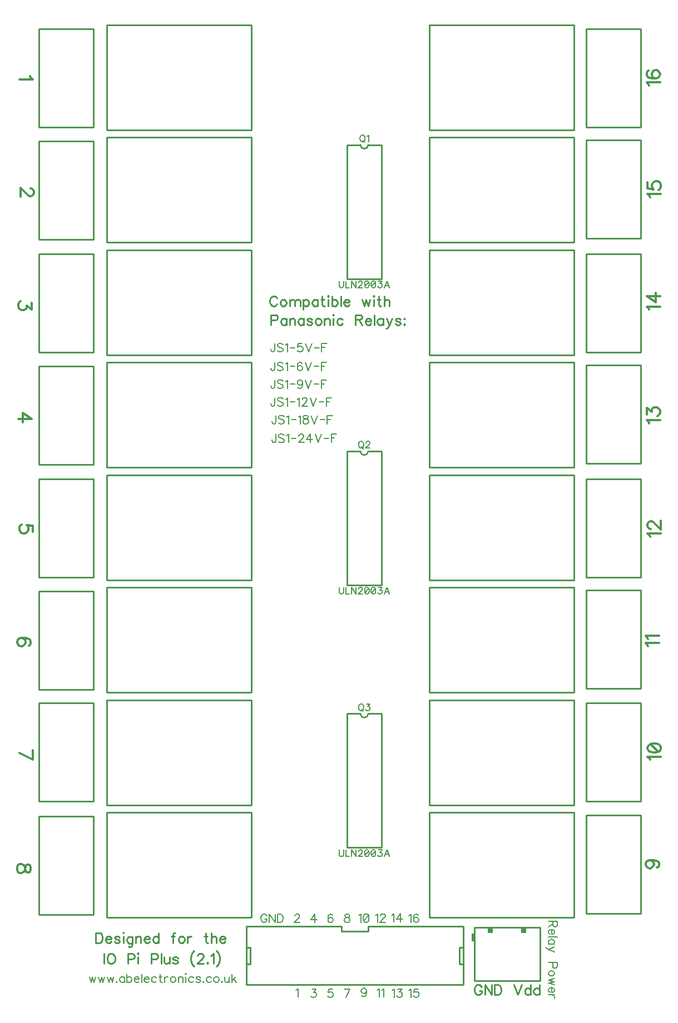
<source format=gto>
G04 DipTrace 3.0.0.1*
G04 relayboard.GTO*
%MOIN*%
G04 #@! TF.FileFunction,Legend,Top*
G04 #@! TF.Part,Single*
%ADD10C,0.009843*%
%ADD37C,0.006176*%
%ADD38C,0.012351*%
%ADD39C,0.009264*%
%ADD40C,0.00772*%
%FSLAX26Y26*%
G04*
G70*
G90*
G75*
G01*
G04 TopSilk*
%LPD*%
X175295Y5245325D2*
D10*
X502067D1*
Y5835877D1*
X175295D1*
Y5245325D1*
Y4570325D2*
X502067D1*
Y5160877D1*
X175295D1*
Y4570325D1*
Y3895325D2*
X502067D1*
Y4485877D1*
X175295D1*
Y3895325D1*
Y3220325D2*
X502067D1*
Y3810877D1*
X175295D1*
Y3220325D1*
Y2545325D2*
X502067D1*
Y3135877D1*
X175295D1*
Y2545325D1*
Y1870324D2*
X502067D1*
Y2460875D1*
X175295D1*
Y1870324D1*
Y1201575D2*
X502067D1*
Y1792126D1*
X175295D1*
Y1201575D1*
Y520324D2*
X502067D1*
Y1110875D1*
X175295D1*
Y520324D1*
X3785138Y1117175D2*
X3458366D1*
Y526623D1*
X3785138D1*
Y1117175D1*
Y1792175D2*
X3458366D1*
Y1201623D1*
X3785138D1*
Y1792175D1*
Y2467175D2*
X3458366D1*
Y1876623D1*
X3785138D1*
Y2467175D1*
Y3135925D2*
X3458366D1*
Y2545374D1*
X3785138D1*
Y3135925D1*
Y3817176D2*
X3458366D1*
Y3226625D1*
X3785138D1*
Y3817176D1*
Y4485925D2*
X3458366D1*
Y3895374D1*
X3785138D1*
Y4485925D1*
Y5167176D2*
X3458366D1*
Y4576625D1*
X3785138D1*
Y5167176D1*
Y5835925D2*
X3458366D1*
Y5245374D1*
X3785138D1*
Y5835925D1*
G36*
X2787814Y362509D2*
X2769045D1*
Y406261D1*
X2787814D1*
Y362509D1*
G37*
X3181545Y125787D2*
D10*
X2787814D1*
Y443749D1*
X3181545D1*
Y125787D1*
G36*
X3097272Y412207D2*
X3065880D1*
Y443685D1*
X3097272D1*
Y412207D1*
G37*
G36*
X2897209D2*
X2865859D1*
Y443685D1*
X2897209D1*
Y412207D1*
G37*
X1420374Y325036D2*
D10*
X1445074D1*
Y224927D2*
Y325036D1*
X1420374Y224927D2*
X1445074D1*
X2695674Y325036D2*
X2720374D1*
X2695674Y224927D2*
Y325036D1*
Y224927D2*
X2720374D1*
Y99967D2*
Y449996D1*
X1420374Y99967D2*
Y449996D1*
Y99967D2*
X2720374D1*
X1989774Y419882D2*
Y449996D1*
Y419882D2*
X2150974D1*
Y449996D1*
X1420374D2*
X1989774D1*
X2150974D2*
X2720374D1*
X1448672Y5228790D2*
X582530D1*
Y5858711D1*
X1448672D1*
Y5228790D1*
Y4553790D2*
X582530D1*
Y5183711D1*
X1448672D1*
Y4553790D1*
Y3878790D2*
X582530D1*
Y4508711D1*
X1448672D1*
Y3878790D1*
Y3203790D2*
X582530D1*
Y3833711D1*
X1448672D1*
Y3203790D1*
Y2528790D2*
X582530D1*
Y3158711D1*
X1448672D1*
Y2528790D1*
Y1853789D2*
X582530D1*
Y2483710D1*
X1448672D1*
Y1853789D1*
Y1178789D2*
X582530D1*
Y1808710D1*
X1448672D1*
Y1178789D1*
Y503789D2*
X582530D1*
Y1133710D1*
X1448672D1*
Y503789D1*
X2517568Y1133710D2*
X3383710D1*
Y503789D1*
X2517568D1*
Y1133710D1*
X2517570Y1808710D2*
X3383711D1*
Y1178789D1*
X2517570D1*
Y1808710D1*
X2517568Y2483710D2*
X3383710D1*
Y1853789D1*
X2517568D1*
Y2483710D1*
X2517570Y3158711D2*
X3383711D1*
Y2528790D1*
X2517570D1*
Y3158711D1*
X2517568Y3833711D2*
X3383710D1*
Y3203790D1*
X2517568D1*
Y3833711D1*
Y4508711D2*
X3383710D1*
Y3878790D1*
X2517568D1*
Y4508711D1*
X2517570Y5183711D2*
X3383711D1*
Y4553790D1*
X2517570D1*
Y5183711D1*
X2517568Y5858710D2*
X3383710D1*
Y5228789D1*
X2517568D1*
Y5858710D1*
X2229237Y5139289D2*
Y4336139D1*
X2024503D2*
X2229237D1*
X2024503Y5139289D2*
Y4336139D1*
Y5139289D2*
X2103244D1*
X2229237D2*
X2150496D1*
X2103244D2*
G03X2150496Y5139289I23626J13D01*
G01*
X2229237Y3301575D2*
Y2498425D1*
X2024503D2*
X2229237D1*
X2024503Y3301575D2*
Y2498425D1*
Y3301575D2*
X2103244D1*
X2229237D2*
X2150496D1*
X2103244D2*
G03X2150496Y3301575I23626J13D01*
G01*
X2229237Y1726684D2*
Y923534D1*
X2024503D2*
X2229237D1*
X2024503Y1726684D2*
Y923534D1*
Y1726684D2*
X2103244D1*
X2229237D2*
X2150496D1*
X2103244D2*
G03X2150496Y1726684I23626J13D01*
G01*
X2112072Y5197867D2*
D37*
X2108270Y5196010D1*
X2104423Y5192163D1*
X2102522Y5188317D1*
X2100576Y5182569D1*
Y5173018D1*
X2102522Y5167270D1*
X2104423Y5163467D1*
X2108270Y5159621D1*
X2112072Y5157719D1*
X2119722D1*
X2123568Y5159621D1*
X2127371Y5163467D1*
X2129272Y5167270D1*
X2131218Y5173018D1*
Y5182569D1*
X2129272Y5188317D1*
X2127371Y5192163D1*
X2123568Y5196010D1*
X2119722Y5197867D1*
X2112072D1*
X2117820Y5165369D2*
X2129272Y5153873D1*
X2143569Y5190174D2*
X2147416Y5192119D1*
X2153164Y5197823D1*
Y5157675D1*
X1976462Y4322572D2*
Y4293876D1*
X1978363Y4288128D1*
X1982210Y4284326D1*
X1987958Y4282380D1*
X1991760D1*
X1997508Y4284326D1*
X2001355Y4288128D1*
X2003256Y4293876D1*
Y4322572D1*
X2015608D2*
Y4282380D1*
X2038555D1*
X2077702Y4322572D2*
Y4282380D1*
X2050907Y4322572D1*
Y4282380D1*
X2091998Y4312977D2*
Y4314879D1*
X2093900Y4318725D1*
X2095801Y4320627D1*
X2099648Y4322528D1*
X2107297D1*
X2111100Y4320627D1*
X2113001Y4318725D1*
X2114946Y4314879D1*
Y4311076D1*
X2113001Y4307229D1*
X2109198Y4301526D1*
X2090053Y4282380D1*
X2116848D1*
X2140695Y4322528D2*
X2134947Y4320627D1*
X2131100Y4314879D1*
X2129199Y4305328D1*
Y4299580D1*
X2131100Y4290029D1*
X2134947Y4284281D1*
X2140695Y4282380D1*
X2144498D1*
X2150246Y4284281D1*
X2154048Y4290029D1*
X2155994Y4299580D1*
Y4305328D1*
X2154048Y4314879D1*
X2150246Y4320627D1*
X2144498Y4322528D1*
X2140695D1*
X2154048Y4314879D2*
X2131100Y4290029D1*
X2179841Y4322528D2*
X2174093Y4320627D1*
X2170246Y4314879D1*
X2168345Y4305328D1*
Y4299580D1*
X2170246Y4290029D1*
X2174093Y4284281D1*
X2179841Y4282380D1*
X2183644D1*
X2189392Y4284281D1*
X2193194Y4290029D1*
X2195140Y4299580D1*
Y4305328D1*
X2193194Y4314879D1*
X2189392Y4320627D1*
X2183644Y4322528D1*
X2179841D1*
X2193194Y4314879D2*
X2170246Y4290029D1*
X2211338Y4322528D2*
X2232340D1*
X2220888Y4307229D1*
X2226637D1*
X2230439Y4305328D1*
X2232340Y4303427D1*
X2234286Y4297679D1*
Y4293876D1*
X2232340Y4288128D1*
X2228538Y4284281D1*
X2222790Y4282380D1*
X2217042D1*
X2211338Y4284281D1*
X2209437Y4286227D1*
X2207491Y4290029D1*
X2277279Y4282380D2*
X2261936Y4322572D1*
X2246637Y4282380D1*
X2252385Y4295777D2*
X2271531D1*
X2103472Y3360153D2*
X2099670Y3358296D1*
X2095823Y3354449D1*
X2093922Y3350603D1*
X2091976Y3344855D1*
Y3335304D1*
X2093922Y3329556D1*
X2095823Y3325754D1*
X2099670Y3321907D1*
X2103472Y3320005D1*
X2111122D1*
X2114968Y3321907D1*
X2118771Y3325754D1*
X2120672Y3329556D1*
X2122618Y3335304D1*
Y3344855D1*
X2120672Y3350603D1*
X2118771Y3354449D1*
X2114968Y3358296D1*
X2111122Y3360153D1*
X2103472D1*
X2109220Y3327655D2*
X2120672Y3316159D1*
X2136915Y3350558D2*
Y3352460D1*
X2138816Y3356307D1*
X2140717Y3358208D1*
X2144564Y3360109D1*
X2152213D1*
X2156016Y3358208D1*
X2157917Y3356307D1*
X2159863Y3352460D1*
Y3348657D1*
X2157917Y3344810D1*
X2154115Y3339107D1*
X2134969Y3319961D1*
X2161764D1*
X1976462Y2484858D2*
Y2456162D1*
X1978363Y2450414D1*
X1982210Y2446612D1*
X1987958Y2444666D1*
X1991760D1*
X1997508Y2446612D1*
X2001355Y2450414D1*
X2003256Y2456162D1*
Y2484858D1*
X2015608D2*
Y2444666D1*
X2038555D1*
X2077702Y2484858D2*
Y2444666D1*
X2050907Y2484858D1*
Y2444666D1*
X2091998Y2475263D2*
Y2477165D1*
X2093900Y2481011D1*
X2095801Y2482913D1*
X2099648Y2484814D1*
X2107297D1*
X2111100Y2482913D1*
X2113001Y2481011D1*
X2114946Y2477165D1*
Y2473362D1*
X2113001Y2469515D1*
X2109198Y2463812D1*
X2090053Y2444666D1*
X2116848D1*
X2140695Y2484814D2*
X2134947Y2482913D1*
X2131100Y2477165D1*
X2129199Y2467614D1*
Y2461866D1*
X2131100Y2452316D1*
X2134947Y2446568D1*
X2140695Y2444666D1*
X2144498D1*
X2150246Y2446568D1*
X2154048Y2452316D1*
X2155994Y2461866D1*
Y2467614D1*
X2154048Y2477165D1*
X2150246Y2482913D1*
X2144498Y2484814D1*
X2140695D1*
X2154048Y2477165D2*
X2131100Y2452316D1*
X2179841Y2484814D2*
X2174093Y2482913D1*
X2170246Y2477165D1*
X2168345Y2467614D1*
Y2461866D1*
X2170246Y2452316D1*
X2174093Y2446568D1*
X2179841Y2444666D1*
X2183644D1*
X2189392Y2446568D1*
X2193194Y2452316D1*
X2195140Y2461866D1*
Y2467614D1*
X2193194Y2477165D1*
X2189392Y2482913D1*
X2183644Y2484814D1*
X2179841D1*
X2193194Y2477165D2*
X2170246Y2452316D1*
X2211338Y2484814D2*
X2232340D1*
X2220888Y2469515D1*
X2226637D1*
X2230439Y2467614D1*
X2232340Y2465713D1*
X2234286Y2459965D1*
Y2456162D1*
X2232340Y2450414D1*
X2228538Y2446568D1*
X2222790Y2444666D1*
X2217042D1*
X2211338Y2446568D1*
X2209437Y2448513D1*
X2207491Y2452316D1*
X2277279Y2444666D2*
X2261936Y2484858D1*
X2246637Y2444666D1*
X2252385Y2458064D2*
X2271531D1*
X2103472Y1785262D2*
X2099670Y1783405D1*
X2095823Y1779558D1*
X2093922Y1775712D1*
X2091976Y1769964D1*
Y1760413D1*
X2093922Y1754665D1*
X2095823Y1750862D1*
X2099670Y1747016D1*
X2103472Y1745114D1*
X2111122D1*
X2114968Y1747016D1*
X2118771Y1750862D1*
X2120672Y1754665D1*
X2122618Y1760413D1*
Y1769964D1*
X2120672Y1775712D1*
X2118771Y1779558D1*
X2114968Y1783405D1*
X2111122Y1785262D1*
X2103472D1*
X2109220Y1752764D2*
X2120672Y1741268D1*
X2138816Y1785218D2*
X2159818D1*
X2148366Y1769919D1*
X2154115D1*
X2157917Y1768018D1*
X2159818Y1766117D1*
X2161764Y1760369D1*
Y1756566D1*
X2159818Y1750818D1*
X2156016Y1746971D1*
X2150268Y1745070D1*
X2144520D1*
X2138816Y1746971D1*
X2136915Y1748917D1*
X2134969Y1752719D1*
X1976462Y909967D2*
Y881271D1*
X1978363Y875523D1*
X1982210Y871721D1*
X1987958Y869775D1*
X1991760D1*
X1997508Y871721D1*
X2001355Y875523D1*
X2003256Y881271D1*
Y909967D1*
X2015608D2*
Y869775D1*
X2038555D1*
X2077702Y909967D2*
Y869775D1*
X2050907Y909967D1*
Y869775D1*
X2091998Y900372D2*
Y902274D1*
X2093900Y906120D1*
X2095801Y908022D1*
X2099648Y909923D1*
X2107297D1*
X2111100Y908022D1*
X2113001Y906120D1*
X2114946Y902274D1*
Y898471D1*
X2113001Y894624D1*
X2109198Y888921D1*
X2090053Y869775D1*
X2116848D1*
X2140695Y909923D2*
X2134947Y908022D1*
X2131100Y902274D1*
X2129199Y892723D1*
Y886975D1*
X2131100Y877424D1*
X2134947Y871676D1*
X2140695Y869775D1*
X2144498D1*
X2150246Y871676D1*
X2154048Y877424D1*
X2155994Y886975D1*
Y892723D1*
X2154048Y902274D1*
X2150246Y908022D1*
X2144498Y909923D1*
X2140695D1*
X2154048Y902274D2*
X2131100Y877424D1*
X2179841Y909923D2*
X2174093Y908022D1*
X2170246Y902274D1*
X2168345Y892723D1*
Y886975D1*
X2170246Y877424D1*
X2174093Y871676D1*
X2179841Y869775D1*
X2183644D1*
X2189392Y871676D1*
X2193194Y877424D1*
X2195140Y886975D1*
Y892723D1*
X2193194Y902274D1*
X2189392Y908022D1*
X2183644Y909923D1*
X2179841D1*
X2193194Y902274D2*
X2170246Y877424D1*
X2211338Y909923D2*
X2232340D1*
X2220888Y894624D1*
X2226637D1*
X2230439Y892723D1*
X2232340Y890822D1*
X2234286Y885074D1*
Y881271D1*
X2232340Y875523D1*
X2228538Y871676D1*
X2222790Y869775D1*
X2217042D1*
X2211338Y871676D1*
X2209437Y873622D1*
X2207491Y877424D1*
X2277279Y869775D2*
X2261936Y909967D1*
X2246637Y869775D1*
X2252385Y883172D2*
X2271531D1*
X124032Y5550415D2*
D38*
X127923Y5542721D1*
X139330Y5531225D1*
X59035D1*
X126480Y4877704D2*
X130282D1*
X137976Y4873901D1*
X141778Y4870098D1*
X145581Y4862405D1*
Y4847106D1*
X141778Y4839501D1*
X137976Y4835699D1*
X130282Y4831808D1*
X122677D1*
X114984Y4835699D1*
X103576Y4843304D1*
X65285Y4881595D1*
Y4828005D1*
X133079Y4192579D2*
Y4150575D1*
X102482Y4173478D1*
Y4161982D1*
X98680Y4154377D1*
X94877Y4150575D1*
X83381Y4146684D1*
X75776D1*
X64280Y4150575D1*
X56586Y4158180D1*
X52784Y4169676D1*
Y4181172D1*
X56586Y4192579D1*
X60477Y4196382D1*
X68083Y4200273D1*
X52784Y3493162D2*
X133079D1*
X79579Y3531453D1*
Y3474061D1*
X139330Y2816737D2*
Y2854939D1*
X104930Y2858742D1*
X108733Y2854939D1*
X112624Y2843443D1*
Y2832035D1*
X108733Y2820539D1*
X101128Y2812846D1*
X89632Y2809043D1*
X82027D1*
X70531Y2812846D1*
X62837Y2820539D1*
X59035Y2832035D1*
Y2843443D1*
X62837Y2854939D1*
X66728Y2858742D1*
X74333Y2862633D1*
X115421Y2135415D2*
X123026Y2139218D1*
X126829Y2150714D1*
Y2158319D1*
X123026Y2169815D1*
X111530Y2177509D1*
X92429Y2181311D1*
X73328D1*
X58029Y2177509D1*
X50336Y2169815D1*
X46533Y2158319D1*
Y2154516D1*
X50336Y2143109D1*
X58029Y2135415D1*
X69525Y2131613D1*
X73328D1*
X84824Y2135415D1*
X92429Y2143109D1*
X96232Y2154516D1*
Y2158319D1*
X92429Y2169815D1*
X84824Y2177509D1*
X73328Y2181311D1*
X59035Y1490942D2*
X139330Y1452651D1*
Y1506240D1*
X126829Y805818D2*
X123026Y817225D1*
X115421Y821116D1*
X107728D1*
X100123Y817225D1*
X96232Y809620D1*
X92429Y794321D1*
X88626Y782825D1*
X80933Y775220D1*
X73328Y771418D1*
X61832D1*
X54227Y775220D1*
X50336Y779023D1*
X46533Y790519D1*
Y805818D1*
X50336Y817225D1*
X54227Y821116D1*
X61832Y824919D1*
X73328D1*
X80933Y821116D1*
X88627Y813423D1*
X92429Y802015D1*
X96232Y786716D1*
X100123Y779023D1*
X107728Y775220D1*
X115421D1*
X123026Y779023D1*
X126829Y790519D1*
Y805818D1*
X3833928Y5493722D2*
X3830037Y5501415D1*
X3818629Y5512911D1*
X3898925D1*
X3830037Y5583510D2*
X3822432Y5579707D1*
X3818629Y5568211D1*
Y5560606D1*
X3822432Y5549110D1*
X3833928Y5541417D1*
X3853029Y5537614D1*
X3872130D1*
X3887429Y5541417D1*
X3895122Y5549110D1*
X3898925Y5560606D1*
Y5564409D1*
X3895122Y5575816D1*
X3887429Y5583510D1*
X3875933Y5587312D1*
X3872130D1*
X3860634Y5583510D1*
X3853029Y5575816D1*
X3849226Y5564409D1*
Y5560606D1*
X3853029Y5549110D1*
X3860634Y5541417D1*
X3872130Y5537614D1*
X3840178Y4824902D2*
X3836287Y4832595D1*
X3824880Y4844091D1*
X3905175D1*
X3824880Y4914690D2*
Y4876487D1*
X3859280Y4872685D1*
X3855477Y4876487D1*
X3851586Y4887983D1*
Y4899391D1*
X3855477Y4910887D1*
X3863082Y4918581D1*
X3874578Y4922383D1*
X3882183D1*
X3893679Y4918581D1*
X3901373Y4910887D1*
X3905175Y4899391D1*
Y4887983D1*
X3901373Y4876487D1*
X3897482Y4872685D1*
X3889877Y4868794D1*
X3833928Y4149831D2*
X3830037Y4157524D1*
X3818629Y4169020D1*
X3898925D1*
Y4232014D2*
X3818629D1*
X3872130Y4193723D1*
Y4251115D1*
X3833928Y3468509D2*
X3830037Y3476203D1*
X3818629Y3487699D1*
X3898925D1*
X3818629Y3520095D2*
Y3562100D1*
X3849226Y3539196D1*
Y3550692D1*
X3853029Y3558297D1*
X3856832Y3562100D1*
X3868328Y3565991D1*
X3875933D1*
X3887429Y3562100D1*
X3895122Y3554495D1*
X3898925Y3542999D1*
Y3531503D1*
X3895122Y3520095D1*
X3891231Y3516292D1*
X3883626Y3512401D1*
X3840178Y2787188D2*
X3836287Y2794881D1*
X3824880Y2806377D1*
X3905175D1*
X3843981Y2834971D2*
X3840178D1*
X3832485Y2838774D1*
X3828682Y2842576D1*
X3824880Y2850270D1*
Y2865568D1*
X3828682Y2873173D1*
X3832485Y2876976D1*
X3840178Y2880867D1*
X3847784D1*
X3855477Y2876976D1*
X3866885Y2869371D1*
X3905175Y2831080D1*
Y2884669D1*
X3827677Y2130869D2*
X3823786Y2138562D1*
X3812379Y2150058D1*
X3892674D1*
X3827677Y2174761D2*
X3823786Y2182455D1*
X3812379Y2193951D1*
X3892674D1*
X3840178Y1449547D2*
X3836287Y1457241D1*
X3824880Y1468737D1*
X3905175D1*
X3824880Y1516432D2*
X3828682Y1504936D1*
X3840178Y1497242D1*
X3859280Y1493440D1*
X3870776D1*
X3889877Y1497242D1*
X3901373Y1504936D1*
X3905175Y1516432D1*
Y1524037D1*
X3901373Y1535533D1*
X3889877Y1543138D1*
X3870776Y1547029D1*
X3859280D1*
X3840178Y1543138D1*
X3828682Y1535533D1*
X3824880Y1524037D1*
Y1516432D1*
X3840178Y1543138D2*
X3889877Y1497242D1*
X3839085Y849266D2*
X3850581Y845375D1*
X3858274Y837770D1*
X3862077Y826274D1*
Y822471D1*
X3858274Y810975D1*
X3850581Y803370D1*
X3839085Y799479D1*
X3835282D1*
X3823786Y803370D1*
X3816181Y810975D1*
X3812379Y822471D1*
Y826274D1*
X3816181Y837770D1*
X3823786Y845375D1*
X3839085Y849266D1*
X3858274D1*
X3877376Y845375D1*
X3888872Y837770D1*
X3892674Y826274D1*
Y818669D1*
X3888872Y807172D1*
X3881178Y803370D1*
X2830048Y86759D2*
D39*
X2827196Y92463D1*
X2821426Y98233D1*
X2815723Y101085D1*
X2804249D1*
X2798478Y98233D1*
X2792775Y92463D1*
X2789856Y86759D1*
X2787004Y78137D1*
Y63745D1*
X2789856Y55189D1*
X2792775Y49419D1*
X2798478Y43715D1*
X2804249Y40797D1*
X2815723D1*
X2821426Y43715D1*
X2827196Y49419D1*
X2830048Y55189D1*
Y63745D1*
X2815723D1*
X2888767Y101085D2*
Y40797D1*
X2848575Y101085D1*
Y40797D1*
X2907295Y101085D2*
Y40797D1*
X2927391D1*
X2936013Y43715D1*
X2941783Y49419D1*
X2944635Y55189D1*
X2947487Y63745D1*
Y78137D1*
X2944635Y86759D1*
X2941783Y92463D1*
X2936013Y98233D1*
X2927391Y101085D1*
X2907295D1*
X3024335D2*
X3047283Y40797D1*
X3070231Y101085D1*
X3123180D2*
Y40797D1*
Y72367D2*
X3117476Y78137D1*
X3111706Y80989D1*
X3103084D1*
X3097380Y78137D1*
X3091610Y72367D1*
X3088758Y63745D1*
Y58041D1*
X3091610Y49419D1*
X3097380Y43715D1*
X3103084Y40797D1*
X3111706D1*
X3117476Y43715D1*
X3123180Y49419D1*
X3176129Y101085D2*
Y40797D1*
Y72367D2*
X3170425Y78137D1*
X3164655Y80989D1*
X3156033D1*
X3150329Y78137D1*
X3144559Y72367D1*
X3141707Y63745D1*
Y58041D1*
X3144559Y49419D1*
X3150329Y43715D1*
X3156033Y40797D1*
X3164655D1*
X3170425Y43715D1*
X3176129Y49419D1*
X3258085Y481490D2*
D40*
Y459991D1*
X3260516Y452806D1*
X3262893Y450374D1*
X3267646Y447997D1*
X3272455D1*
X3277208Y450374D1*
X3279640Y452806D1*
X3282016Y459991D1*
Y481490D1*
X3231776D1*
X3258085Y464744D2*
X3231776Y447997D1*
X3250900Y432558D2*
Y403873D1*
X3255708D1*
X3260516Y406250D1*
X3262893Y408626D1*
X3265270Y413435D1*
Y420620D1*
X3262893Y425373D1*
X3258085Y430181D1*
X3250900Y432558D1*
X3246146D1*
X3238961Y430181D1*
X3234208Y425373D1*
X3231776Y420620D1*
Y413435D1*
X3234208Y408626D1*
X3238961Y403873D1*
X3282016Y388434D2*
X3231776D1*
X3265270Y344310D2*
X3231776D1*
X3258085D2*
X3262893Y349063D1*
X3265270Y353871D1*
Y361001D1*
X3262893Y365810D1*
X3258085Y370563D1*
X3250900Y372995D1*
X3246146D1*
X3238961Y370563D1*
X3234208Y365810D1*
X3231776Y361001D1*
Y353871D1*
X3234208Y349063D1*
X3238961Y344310D1*
X3265270Y326439D2*
X3231776Y312124D1*
X3222215Y316877D1*
X3217406Y321685D1*
X3215030Y326439D1*
Y328870D1*
X3265270Y297754D2*
X3231776Y312124D1*
X3255708Y233714D2*
Y212158D1*
X3258085Y205029D1*
X3260517Y202597D1*
X3265270Y200220D1*
X3272455D1*
X3277208Y202597D1*
X3279640Y205029D1*
X3282016Y212158D1*
Y233714D1*
X3231776D1*
X3265270Y172843D2*
X3262893Y177596D1*
X3258085Y182404D1*
X3250900Y184781D1*
X3246146D1*
X3238961Y182404D1*
X3234208Y177596D1*
X3231776Y172843D1*
Y165658D1*
X3234208Y160849D1*
X3238961Y156096D1*
X3246146Y153664D1*
X3250900D1*
X3258085Y156096D1*
X3262893Y160849D1*
X3265270Y165658D1*
Y172843D1*
Y138225D2*
X3231776Y128663D1*
X3265270Y119102D1*
X3231776Y109540D1*
X3265270Y99978D1*
X3250900Y84539D2*
Y55854D1*
X3255708D1*
X3260517Y58231D1*
X3262893Y60607D1*
X3265270Y65416D1*
Y72601D1*
X3262893Y77354D1*
X3258085Y82163D1*
X3250900Y84539D1*
X3246146D1*
X3238961Y82163D1*
X3234208Y77354D1*
X3231776Y72601D1*
Y65416D1*
X3234208Y60607D1*
X3238961Y55854D1*
X3265270Y40415D2*
X3231776D1*
X3250900D2*
X3258085Y37983D1*
X3262893Y33230D1*
X3265270Y28422D1*
Y21237D1*
X517587Y412414D2*
D39*
Y352126D1*
X537683D1*
X546305Y355044D1*
X552075Y360748D1*
X554927Y366518D1*
X557779Y375074D1*
Y389466D1*
X554927Y398088D1*
X552075Y403792D1*
X546305Y409562D1*
X537683Y412414D1*
X517587D1*
X576306Y375074D2*
X610728D1*
Y380844D1*
X607876Y386614D1*
X605024Y389466D1*
X599254Y392318D1*
X590632D1*
X584928Y389466D1*
X579158Y383696D1*
X576306Y375074D1*
Y369370D1*
X579158Y360748D1*
X584928Y355044D1*
X590632Y352126D1*
X599254D1*
X605024Y355044D1*
X610728Y360748D1*
X660825Y383696D2*
X657973Y389466D1*
X649351Y392318D1*
X640729D1*
X632107Y389466D1*
X629255Y383696D1*
X632107Y377992D1*
X637877Y375074D1*
X652203Y372222D1*
X657973Y369370D1*
X660825Y363600D1*
Y360748D1*
X657973Y355044D1*
X649351Y352126D1*
X640729D1*
X632107Y355044D1*
X629255Y360748D1*
X679352Y412414D2*
X682204Y409562D1*
X685122Y412414D1*
X682204Y415332D1*
X679352Y412414D1*
X682204Y392318D2*
Y352126D1*
X738071Y389466D2*
Y343504D1*
X735219Y334948D1*
X732367Y332030D1*
X726597Y329178D1*
X717975D1*
X712271Y332030D1*
X738071Y380844D2*
X732367Y386548D1*
X726597Y389466D1*
X717975D1*
X712271Y386548D1*
X706501Y380844D1*
X703649Y372222D1*
Y366452D1*
X706501Y357896D1*
X712271Y352126D1*
X717975Y349274D1*
X726597D1*
X732367Y352126D1*
X738071Y357896D1*
X756598Y392318D2*
Y352126D1*
Y380844D2*
X765220Y389466D1*
X770990Y392318D1*
X779546D1*
X785316Y389466D1*
X788168Y380844D1*
Y352126D1*
X806695Y375074D2*
X841117D1*
Y380844D1*
X838265Y386614D1*
X835413Y389466D1*
X829643Y392318D1*
X821021D1*
X815317Y389466D1*
X809547Y383696D1*
X806695Y375074D1*
Y369370D1*
X809547Y360748D1*
X815317Y355044D1*
X821021Y352126D1*
X829643D1*
X835413Y355044D1*
X841117Y360748D1*
X894066Y412414D2*
Y352126D1*
Y383696D2*
X888362Y389466D1*
X882592Y392318D1*
X873970D1*
X868266Y389466D1*
X862496Y383696D1*
X859644Y375074D1*
Y369370D1*
X862496Y360748D1*
X868266Y355044D1*
X873970Y352126D1*
X882592D1*
X888362Y355044D1*
X894066Y360748D1*
X993862Y412414D2*
X988158D1*
X982388Y409562D1*
X979536Y400940D1*
Y352126D1*
X970914Y392318D2*
X991010D1*
X1026715D2*
X1021011Y389466D1*
X1015241Y383696D1*
X1012389Y375074D1*
Y369370D1*
X1015241Y360748D1*
X1021011Y355044D1*
X1026715Y352126D1*
X1035337D1*
X1041107Y355044D1*
X1046811Y360748D1*
X1049729Y369370D1*
Y375074D1*
X1046811Y383696D1*
X1041107Y389466D1*
X1035337Y392318D1*
X1026715D1*
X1068256D2*
Y352126D1*
Y375074D2*
X1071175Y383696D1*
X1076878Y389466D1*
X1082649Y392318D1*
X1091271D1*
X1176741Y412414D2*
Y363600D1*
X1179593Y355044D1*
X1185363Y352126D1*
X1191067D1*
X1168119Y392318D2*
X1188215D1*
X1209594Y412414D2*
Y352126D1*
Y380844D2*
X1218216Y389466D1*
X1223986Y392318D1*
X1232608D1*
X1238312Y389466D1*
X1241164Y380844D1*
Y352126D1*
X1259691Y375074D2*
X1294113D1*
Y380844D1*
X1291261Y386614D1*
X1288409Y389466D1*
X1282639Y392318D1*
X1274017D1*
X1268313Y389466D1*
X1262543Y383696D1*
X1259691Y375074D1*
Y369370D1*
X1262543Y360748D1*
X1268313Y355044D1*
X1274017Y352126D1*
X1282639D1*
X1288409Y355044D1*
X1294113Y360748D1*
X567592Y287400D2*
Y227112D1*
X603364Y287400D2*
X597593Y284548D1*
X591890Y278778D1*
X588971Y273074D1*
X586119Y264452D1*
Y250060D1*
X588971Y241504D1*
X591890Y235734D1*
X597593Y230030D1*
X603364Y227112D1*
X614838D1*
X620541Y230030D1*
X626312Y235734D1*
X629163Y241504D1*
X632015Y250060D1*
Y264452D1*
X629163Y273074D1*
X626312Y278778D1*
X620541Y284548D1*
X614838Y287400D1*
X603364D1*
X708864Y255830D2*
X734730D1*
X743285Y258682D1*
X746204Y261600D1*
X749056Y267304D1*
Y275926D1*
X746204Y281630D1*
X743285Y284548D1*
X734730Y287400D1*
X708864D1*
Y227112D1*
X767583Y287400D2*
X770435Y284548D1*
X773353Y287400D1*
X770435Y290318D1*
X767583Y287400D1*
X770435Y267304D2*
Y227112D1*
X850201Y255830D2*
X876067D1*
X884623Y258682D1*
X887541Y261600D1*
X890393Y267304D1*
Y275926D1*
X887541Y281630D1*
X884623Y284548D1*
X876067Y287400D1*
X850201D1*
Y227112D1*
X908920Y287400D2*
Y227112D1*
X927447Y267304D2*
Y238586D1*
X930299Y230030D1*
X936069Y227112D1*
X944691D1*
X950395Y230030D1*
X959017Y238586D1*
Y267304D2*
Y227112D1*
X1009114Y258682D2*
X1006262Y264452D1*
X997640Y267304D1*
X989018D1*
X980396Y264452D1*
X977544Y258682D1*
X980396Y252978D1*
X986166Y250060D1*
X1000492Y247208D1*
X1006262Y244356D1*
X1009114Y238586D1*
Y235734D1*
X1006262Y230030D1*
X997640Y227112D1*
X989018D1*
X980396Y230030D1*
X977544Y235734D1*
X1106059Y303119D2*
X1100288Y297415D1*
X1094585Y288793D1*
X1088814Y277319D1*
X1085963Y262927D1*
Y251453D1*
X1088814Y237127D1*
X1094585Y225653D1*
X1100288Y217031D1*
X1106059Y211327D1*
X1127504Y273008D2*
Y275860D1*
X1130356Y281630D1*
X1133208Y284482D1*
X1138978Y287334D1*
X1150452D1*
X1156156Y284482D1*
X1159007Y281630D1*
X1161926Y275860D1*
Y270156D1*
X1159007Y264386D1*
X1153304Y255830D1*
X1124586Y227112D1*
X1164778D1*
X1186157Y232882D2*
X1183305Y229964D1*
X1186157Y227112D1*
X1189075Y229964D1*
X1186157Y232882D1*
X1207602Y275860D2*
X1213372Y278778D1*
X1221994Y287334D1*
Y227112D1*
X1240521Y303119D2*
X1246291Y297415D1*
X1251995Y288793D1*
X1257765Y277319D1*
X1260617Y262927D1*
Y251453D1*
X1257765Y237127D1*
X1251995Y225653D1*
X1246291Y217031D1*
X1240521Y211327D1*
X479311Y149032D2*
D40*
X488873Y115539D1*
X498435Y149032D1*
X507996Y115539D1*
X517558Y149032D1*
X532997D2*
X542559Y115539D1*
X552120Y149032D1*
X561682Y115539D1*
X571244Y149032D1*
X586683D2*
X596244Y115539D1*
X605806Y149032D1*
X615368Y115539D1*
X624929Y149032D1*
X642745Y120347D2*
X640369Y117915D1*
X642745Y115539D1*
X645177Y117915D1*
X642745Y120347D1*
X689301Y149032D2*
Y115539D1*
Y141847D2*
X684548Y146656D1*
X679740Y149032D1*
X672610D1*
X667801Y146656D1*
X663048Y141847D1*
X660616Y134662D1*
Y129909D1*
X663048Y122724D1*
X667801Y117971D1*
X672610Y115539D1*
X679740D1*
X684548Y117971D1*
X689301Y122724D1*
X704740Y165779D2*
Y115539D1*
Y141847D2*
X709549Y146656D1*
X714302Y149032D1*
X721487D1*
X726240Y146656D1*
X731049Y141847D1*
X733425Y134662D1*
Y129909D1*
X731049Y122724D1*
X726240Y117971D1*
X721487Y115539D1*
X714302D1*
X709549Y117971D1*
X704740Y122724D1*
X748865Y134662D2*
X777549D1*
Y139471D1*
X775173Y144279D1*
X772796Y146656D1*
X767988Y149032D1*
X760803D1*
X756050Y146656D1*
X751241Y141847D1*
X748865Y134662D1*
Y129909D1*
X751241Y122724D1*
X756050Y117971D1*
X760803Y115539D1*
X767988D1*
X772796Y117971D1*
X777549Y122724D1*
X792989Y165779D2*
Y115539D1*
X808428Y134662D2*
X837113D1*
Y139471D1*
X834736Y144279D1*
X832360Y146656D1*
X827551Y149032D1*
X820366D1*
X815613Y146656D1*
X810804Y141847D1*
X808428Y134662D1*
Y129909D1*
X810804Y122724D1*
X815613Y117971D1*
X820366Y115539D1*
X827551D1*
X832360Y117971D1*
X837113Y122724D1*
X881292Y141847D2*
X876484Y146656D1*
X871675Y149032D1*
X864546D1*
X859737Y146656D1*
X854984Y141847D1*
X852552Y134662D1*
Y129909D1*
X854984Y122724D1*
X859737Y117971D1*
X864546Y115539D1*
X871675D1*
X876484Y117971D1*
X881292Y122724D1*
X903916Y165779D2*
Y125100D1*
X906293Y117971D1*
X911102Y115539D1*
X915855D1*
X896731Y149032D2*
X913478D1*
X931294D2*
Y115539D1*
Y134662D2*
X933726Y141847D1*
X938479Y146656D1*
X943287Y149032D1*
X950472D1*
X977850D2*
X973097Y146656D1*
X968288Y141847D1*
X965912Y134662D1*
Y129909D1*
X968288Y122724D1*
X973097Y117971D1*
X977850Y115539D1*
X985035D1*
X989843Y117971D1*
X994597Y122724D1*
X997028Y129909D1*
Y134662D1*
X994597Y141847D1*
X989843Y146656D1*
X985035Y149032D1*
X977850D1*
X1012468D2*
Y115539D1*
Y139471D2*
X1019653Y146656D1*
X1024461Y149032D1*
X1031591D1*
X1036399Y146656D1*
X1038776Y139471D1*
Y115539D1*
X1054215Y165779D2*
X1056592Y163402D1*
X1059024Y165779D1*
X1056592Y168211D1*
X1054215Y165779D1*
X1056592Y149032D2*
Y115539D1*
X1103203Y141847D2*
X1098395Y146656D1*
X1093586Y149032D1*
X1086456D1*
X1081648Y146656D1*
X1076895Y141847D1*
X1074463Y134662D1*
Y129909D1*
X1076895Y122724D1*
X1081648Y117971D1*
X1086456Y115539D1*
X1093586D1*
X1098395Y117971D1*
X1103203Y122724D1*
X1144951Y141847D2*
X1142574Y146656D1*
X1135389Y149032D1*
X1128204D1*
X1121019Y146656D1*
X1118642Y141847D1*
X1121019Y137094D1*
X1125827Y134662D1*
X1137766Y132286D1*
X1142574Y129909D1*
X1144951Y125100D1*
Y122724D1*
X1142574Y117971D1*
X1135389Y115539D1*
X1128204D1*
X1121019Y117971D1*
X1118642Y122724D1*
X1162766Y120347D2*
X1160390Y117915D1*
X1162766Y115539D1*
X1165198Y117915D1*
X1162766Y120347D1*
X1209378Y141847D2*
X1204569Y146656D1*
X1199761Y149032D1*
X1192631D1*
X1187823Y146656D1*
X1183069Y141847D1*
X1180638Y134662D1*
Y129909D1*
X1183069Y122724D1*
X1187823Y117971D1*
X1192631Y115539D1*
X1199761D1*
X1204569Y117971D1*
X1209378Y122724D1*
X1236755Y149032D2*
X1232002Y146656D1*
X1227194Y141847D1*
X1224817Y134662D1*
Y129909D1*
X1227194Y122724D1*
X1232002Y117971D1*
X1236755Y115539D1*
X1243940D1*
X1248749Y117971D1*
X1253502Y122724D1*
X1255934Y129909D1*
Y134662D1*
X1253502Y141847D1*
X1248749Y146656D1*
X1243940Y149032D1*
X1236755D1*
X1273750Y120347D2*
X1271373Y117915D1*
X1273750Y115539D1*
X1276181Y117915D1*
X1273750Y120347D1*
X1291621Y149032D2*
Y125100D1*
X1293997Y117971D1*
X1298806Y115539D1*
X1305991D1*
X1310744Y117971D1*
X1317929Y125100D1*
Y149032D2*
Y115539D1*
X1333368Y165779D2*
Y115539D1*
X1357300Y149032D2*
X1333368Y125100D1*
X1342930Y134662D2*
X1359677Y115539D1*
X1604491Y4217238D2*
D39*
X1601639Y4222942D1*
X1595869Y4228712D1*
X1590165Y4231564D1*
X1578691D1*
X1572921Y4228712D1*
X1567217Y4222942D1*
X1564299Y4217238D1*
X1561447Y4208616D1*
Y4194224D1*
X1564299Y4185668D1*
X1567217Y4179898D1*
X1572921Y4174194D1*
X1578691Y4171276D1*
X1590165D1*
X1595869Y4174194D1*
X1601639Y4179898D1*
X1604491Y4185668D1*
X1637344Y4211468D2*
X1631640Y4208616D1*
X1625870Y4202846D1*
X1623018Y4194224D1*
Y4188520D1*
X1625870Y4179898D1*
X1631640Y4174194D1*
X1637344Y4171276D1*
X1645966D1*
X1651736Y4174194D1*
X1657440Y4179898D1*
X1660358Y4188520D1*
Y4194224D1*
X1657440Y4202846D1*
X1651736Y4208616D1*
X1645966Y4211468D1*
X1637344D1*
X1678885D2*
Y4171276D1*
Y4199994D2*
X1687507Y4208616D1*
X1693277Y4211468D1*
X1701833D1*
X1707603Y4208616D1*
X1710455Y4199994D1*
Y4171276D1*
Y4199994D2*
X1719077Y4208616D1*
X1724847Y4211468D1*
X1733403D1*
X1739173Y4208616D1*
X1742091Y4199994D1*
Y4171276D1*
X1760618Y4211468D2*
Y4151180D1*
Y4202846D2*
X1766388Y4208550D1*
X1772092Y4211468D1*
X1780714D1*
X1786484Y4208550D1*
X1792188Y4202846D1*
X1795106Y4194224D1*
Y4188454D1*
X1792188Y4179898D1*
X1786484Y4174128D1*
X1780714Y4171276D1*
X1772092D1*
X1766388Y4174128D1*
X1760618Y4179898D1*
X1848055Y4211468D2*
Y4171276D1*
Y4202846D2*
X1842352Y4208616D1*
X1836581Y4211468D1*
X1828026D1*
X1822256Y4208616D1*
X1816552Y4202846D1*
X1813634Y4194224D1*
Y4188520D1*
X1816552Y4179898D1*
X1822256Y4174194D1*
X1828026Y4171276D1*
X1836581D1*
X1842352Y4174194D1*
X1848055Y4179898D1*
X1875205Y4231564D2*
Y4182750D1*
X1878056Y4174194D1*
X1883827Y4171276D1*
X1889530D1*
X1866583Y4211468D2*
X1886679D1*
X1908058Y4231564D2*
X1910909Y4228712D1*
X1913828Y4231564D1*
X1910909Y4234483D1*
X1908058Y4231564D1*
X1910909Y4211468D2*
Y4171276D1*
X1932355Y4231564D2*
Y4171276D1*
Y4202846D2*
X1938125Y4208616D1*
X1943829Y4211468D1*
X1952451D1*
X1958155Y4208616D1*
X1963925Y4202846D1*
X1966777Y4194224D1*
Y4188520D1*
X1963925Y4179898D1*
X1958155Y4174194D1*
X1952451Y4171276D1*
X1943829D1*
X1938125Y4174194D1*
X1932355Y4179898D1*
X1985304Y4231564D2*
Y4171276D1*
X2003831Y4194224D2*
X2038253D1*
Y4199994D1*
X2035401Y4205764D1*
X2032549Y4208616D1*
X2026779Y4211468D1*
X2018157D1*
X2012453Y4208616D1*
X2006683Y4202846D1*
X2003831Y4194224D1*
Y4188520D1*
X2006683Y4179898D1*
X2012453Y4174194D1*
X2018157Y4171276D1*
X2026779D1*
X2032549Y4174194D1*
X2038253Y4179898D1*
X2115101Y4211468D2*
X2126575Y4171276D1*
X2138049Y4211468D1*
X2149523Y4171276D1*
X2160997Y4211468D1*
X2179524Y4231564D2*
X2182376Y4228712D1*
X2185294Y4231564D1*
X2182376Y4234483D1*
X2179524Y4231564D1*
X2182376Y4211468D2*
Y4171276D1*
X2212443Y4231564D2*
Y4182750D1*
X2215295Y4174194D1*
X2221065Y4171276D1*
X2226769D1*
X2203821Y4211468D2*
X2223917D1*
X2245296Y4231564D2*
Y4171276D1*
Y4199994D2*
X2253918Y4208616D1*
X2259688Y4211468D1*
X2268310D1*
X2274014Y4208616D1*
X2276866Y4199994D1*
Y4171276D1*
X1567697Y4087483D2*
X1593564D1*
X1602119Y4090334D1*
X1605037Y4093253D1*
X1607889Y4098956D1*
Y4107579D1*
X1605037Y4113282D1*
X1602119Y4116201D1*
X1593564Y4119052D1*
X1567697D1*
Y4058764D1*
X1660838Y4098956D2*
Y4058764D1*
Y4090334D2*
X1655135Y4096105D1*
X1649364Y4098956D1*
X1640809D1*
X1635039Y4096105D1*
X1629335Y4090334D1*
X1626416Y4081712D1*
Y4076009D1*
X1629335Y4067386D1*
X1635039Y4061683D1*
X1640809Y4058764D1*
X1649364D1*
X1655135Y4061683D1*
X1660838Y4067386D1*
X1679365Y4098956D2*
Y4058764D1*
Y4087483D2*
X1687988Y4096105D1*
X1693758Y4098956D1*
X1702313D1*
X1708084Y4096105D1*
X1710935Y4087483D1*
Y4058764D1*
X1763884Y4098956D2*
Y4058764D1*
Y4090334D2*
X1758181Y4096105D1*
X1752410Y4098956D1*
X1743855D1*
X1738085Y4096105D1*
X1732381Y4090334D1*
X1729463Y4081712D1*
Y4076009D1*
X1732381Y4067386D1*
X1738085Y4061683D1*
X1743855Y4058764D1*
X1752410D1*
X1758181Y4061683D1*
X1763884Y4067386D1*
X1813981Y4090334D2*
X1811130Y4096105D1*
X1802507Y4098956D1*
X1793885D1*
X1785263Y4096105D1*
X1782411Y4090334D1*
X1785263Y4084631D1*
X1791034Y4081712D1*
X1805359Y4078860D1*
X1811130Y4076009D1*
X1813981Y4070238D1*
Y4067386D1*
X1811130Y4061683D1*
X1802507Y4058764D1*
X1793885D1*
X1785263Y4061683D1*
X1782411Y4067386D1*
X1846834Y4098956D2*
X1841131Y4096105D1*
X1835360Y4090334D1*
X1832509Y4081712D1*
Y4076009D1*
X1835360Y4067386D1*
X1841131Y4061683D1*
X1846834Y4058764D1*
X1855456D1*
X1861227Y4061683D1*
X1866930Y4067386D1*
X1869849Y4076009D1*
Y4081712D1*
X1866930Y4090334D1*
X1861227Y4096105D1*
X1855456Y4098956D1*
X1846834D1*
X1888376D2*
Y4058764D1*
Y4087483D2*
X1896998Y4096105D1*
X1902768Y4098956D1*
X1911324D1*
X1917094Y4096105D1*
X1919946Y4087483D1*
Y4058764D1*
X1938473Y4119052D2*
X1941325Y4116201D1*
X1944243Y4119052D1*
X1941325Y4121971D1*
X1938473Y4119052D1*
X1941325Y4098956D2*
Y4058764D1*
X1997258Y4090334D2*
X1991488Y4096105D1*
X1985718Y4098956D1*
X1977162D1*
X1971392Y4096105D1*
X1965688Y4090334D1*
X1962770Y4081712D1*
Y4076009D1*
X1965688Y4067386D1*
X1971392Y4061683D1*
X1977162Y4058764D1*
X1985718D1*
X1991488Y4061683D1*
X1997258Y4067386D1*
X2074106Y4090334D2*
X2099906D1*
X2108528Y4093253D1*
X2111447Y4096105D1*
X2114298Y4101808D1*
Y4107579D1*
X2111447Y4113282D1*
X2108528Y4116201D1*
X2099906Y4119052D1*
X2074106D1*
Y4058764D1*
X2094202Y4090334D2*
X2114298Y4058764D1*
X2132826Y4081712D2*
X2167247D1*
Y4087483D1*
X2164396Y4093253D1*
X2161544Y4096105D1*
X2155773Y4098956D1*
X2147151D1*
X2141448Y4096105D1*
X2135677Y4090334D1*
X2132826Y4081712D1*
Y4076009D1*
X2135677Y4067386D1*
X2141448Y4061683D1*
X2147151Y4058764D1*
X2155773D1*
X2161544Y4061683D1*
X2167247Y4067386D1*
X2185775Y4119052D2*
Y4058764D1*
X2238723Y4098956D2*
Y4058764D1*
Y4090334D2*
X2233020Y4096105D1*
X2227250Y4098956D1*
X2218694D1*
X2212924Y4096105D1*
X2207220Y4090334D1*
X2204302Y4081712D1*
Y4076009D1*
X2207220Y4067386D1*
X2212924Y4061683D1*
X2218694Y4058764D1*
X2227250D1*
X2233020Y4061683D1*
X2238723Y4067386D1*
X2260169Y4098956D2*
X2277347Y4058764D1*
X2271643Y4047290D1*
X2265873Y4041520D1*
X2260169Y4038668D1*
X2257251D1*
X2294591Y4098956D2*
X2277347Y4058764D1*
X2344688Y4090334D2*
X2341836Y4096105D1*
X2333214Y4098956D1*
X2324592D1*
X2315970Y4096105D1*
X2313118Y4090334D1*
X2315970Y4084631D1*
X2321740Y4081712D1*
X2336066Y4078860D1*
X2341836Y4076009D1*
X2344688Y4070238D1*
Y4067386D1*
X2341836Y4061683D1*
X2333214Y4058764D1*
X2324592D1*
X2315970Y4061683D1*
X2313118Y4067386D1*
X2366133Y4098956D2*
X2363215Y4096038D1*
X2366133Y4093186D1*
X2368985Y4096038D1*
X2366133Y4098956D1*
Y4064535D2*
X2363215Y4061616D1*
X2366133Y4058764D1*
X2368985Y4061616D1*
X2366133Y4064535D1*
X1590857Y3947426D2*
D40*
Y3909179D1*
X1588481Y3901994D1*
X1586049Y3899618D1*
X1581296Y3897186D1*
X1576487D1*
X1571734Y3899618D1*
X1569357Y3901994D1*
X1566925Y3909179D1*
Y3913932D1*
X1639790Y3940241D2*
X1635037Y3945049D1*
X1627852Y3947426D1*
X1618290D1*
X1611105Y3945049D1*
X1606296Y3940241D1*
Y3935488D1*
X1608728Y3930679D1*
X1611105Y3928303D1*
X1615858Y3925926D1*
X1630228Y3921118D1*
X1635037Y3918741D1*
X1637413Y3916309D1*
X1639790Y3911556D1*
Y3904371D1*
X1635037Y3899618D1*
X1627852Y3897186D1*
X1618290D1*
X1611105Y3899618D1*
X1606296Y3904371D1*
X1655229Y3937809D2*
X1660037Y3940241D1*
X1667222Y3947371D1*
Y3897186D1*
X1682662Y3922278D2*
X1710296D1*
X1754421Y3947371D2*
X1730544D1*
X1728168Y3925871D1*
X1730544Y3928247D1*
X1737729Y3930679D1*
X1744859D1*
X1752044Y3928247D1*
X1756852Y3923494D1*
X1759229Y3916309D1*
Y3911556D1*
X1756852Y3904371D1*
X1752044Y3899562D1*
X1744859Y3897186D1*
X1737729D1*
X1730544Y3899562D1*
X1728168Y3901994D1*
X1725736Y3906747D1*
X1774668Y3947426D2*
X1793792Y3897186D1*
X1812915Y3947426D1*
X1828354Y3922278D2*
X1855989D1*
X1902545Y3947426D2*
X1871428D1*
Y3897186D1*
Y3923494D2*
X1890551D1*
X1590857Y3834914D2*
Y3796667D1*
X1588481Y3789482D1*
X1586049Y3787106D1*
X1581296Y3784674D1*
X1576487D1*
X1571734Y3787106D1*
X1569357Y3789482D1*
X1566925Y3796667D1*
Y3801421D1*
X1639790Y3827729D2*
X1635037Y3832537D1*
X1627852Y3834914D1*
X1618290D1*
X1611105Y3832537D1*
X1606296Y3827729D1*
Y3822976D1*
X1608728Y3818167D1*
X1611105Y3815791D1*
X1615858Y3813414D1*
X1630228Y3808606D1*
X1635037Y3806229D1*
X1637413Y3803797D1*
X1639790Y3799044D1*
Y3791859D1*
X1635037Y3787106D1*
X1627852Y3784674D1*
X1618290D1*
X1611105Y3787106D1*
X1606296Y3791859D1*
X1655229Y3825297D2*
X1660037Y3827729D1*
X1667222Y3834859D1*
Y3784674D1*
X1682662Y3809766D2*
X1710296D1*
X1754421Y3827729D2*
X1752044Y3832482D1*
X1744859Y3834859D1*
X1740106D1*
X1732921Y3832482D1*
X1728112Y3825297D1*
X1725736Y3813359D1*
Y3801421D1*
X1728112Y3791859D1*
X1732921Y3787051D1*
X1740106Y3784674D1*
X1742482D1*
X1749612Y3787051D1*
X1754421Y3791859D1*
X1756797Y3799044D1*
Y3801421D1*
X1754421Y3808606D1*
X1749612Y3813359D1*
X1742482Y3815735D1*
X1740106D1*
X1732921Y3813359D1*
X1728112Y3808606D1*
X1725736Y3801421D1*
X1772236Y3834914D2*
X1791360Y3784674D1*
X1810483Y3834914D1*
X1825922Y3809766D2*
X1853557D1*
X1900113Y3834914D2*
X1868996D1*
Y3784674D1*
Y3810982D2*
X1888119D1*
X1590857Y3728653D2*
Y3690406D1*
X1588481Y3683221D1*
X1586049Y3680845D1*
X1581296Y3678413D1*
X1576487D1*
X1571734Y3680845D1*
X1569357Y3683221D1*
X1566925Y3690406D1*
Y3695160D1*
X1639790Y3721468D2*
X1635037Y3726276D1*
X1627852Y3728653D1*
X1618290D1*
X1611105Y3726276D1*
X1606296Y3721468D1*
Y3716715D1*
X1608728Y3711906D1*
X1611105Y3709530D1*
X1615858Y3707153D1*
X1630228Y3702345D1*
X1635037Y3699968D1*
X1637413Y3697536D1*
X1639790Y3692783D1*
Y3685598D1*
X1635037Y3680845D1*
X1627852Y3678413D1*
X1618290D1*
X1611105Y3680845D1*
X1606296Y3685598D1*
X1655229Y3719036D2*
X1660037Y3721468D1*
X1667222Y3728598D1*
Y3678413D1*
X1682662Y3703505D2*
X1710296D1*
X1756852Y3711906D2*
X1754421Y3704721D1*
X1749667Y3699913D1*
X1742482Y3697536D1*
X1740106D1*
X1732921Y3699913D1*
X1728168Y3704721D1*
X1725736Y3711906D1*
Y3714283D1*
X1728168Y3721468D1*
X1732921Y3726221D1*
X1740106Y3728598D1*
X1742482D1*
X1749667Y3726221D1*
X1754421Y3721468D1*
X1756852Y3711906D1*
Y3699913D1*
X1754421Y3687974D1*
X1749667Y3680789D1*
X1742482Y3678413D1*
X1737729D1*
X1730544Y3680789D1*
X1728168Y3685598D1*
X1772292Y3728653D2*
X1791415Y3678413D1*
X1810538Y3728653D1*
X1825977Y3703505D2*
X1853612D1*
X1900168Y3728653D2*
X1869051D1*
Y3678413D1*
Y3704721D2*
X1888175D1*
X1590857Y3622392D2*
Y3584145D1*
X1588481Y3576960D1*
X1586049Y3574584D1*
X1581296Y3572152D1*
X1576487D1*
X1571734Y3574584D1*
X1569357Y3576960D1*
X1566925Y3584145D1*
Y3588898D1*
X1639790Y3615207D2*
X1635037Y3620015D1*
X1627852Y3622392D1*
X1618290D1*
X1611105Y3620015D1*
X1606296Y3615207D1*
Y3610453D1*
X1608728Y3605645D1*
X1611105Y3603268D1*
X1615858Y3600892D1*
X1630228Y3596083D1*
X1635037Y3593707D1*
X1637413Y3591275D1*
X1639790Y3586522D1*
Y3579337D1*
X1635037Y3574584D1*
X1627852Y3572152D1*
X1618290D1*
X1611105Y3574584D1*
X1606296Y3579337D1*
X1655229Y3612775D2*
X1660037Y3615207D1*
X1667222Y3622336D1*
Y3572152D1*
X1682662Y3597244D2*
X1710296D1*
X1725736Y3612775D2*
X1730544Y3615207D1*
X1737729Y3622336D1*
Y3572152D1*
X1755600Y3610398D2*
Y3612775D1*
X1757977Y3617583D1*
X1760353Y3619960D1*
X1765162Y3622336D1*
X1774724D1*
X1779477Y3619960D1*
X1781853Y3617583D1*
X1784285Y3612775D1*
Y3608022D1*
X1781853Y3603213D1*
X1777100Y3596083D1*
X1753168Y3572152D1*
X1786662D1*
X1802101Y3622392D2*
X1821224Y3572152D1*
X1840348Y3622392D1*
X1855787Y3597244D2*
X1883422D1*
X1929978Y3622392D2*
X1898861D1*
Y3572152D1*
Y3598460D2*
X1917984D1*
X1597108Y3516131D2*
Y3477884D1*
X1594731Y3470699D1*
X1592299Y3468322D1*
X1587546Y3465891D1*
X1582738D1*
X1577985Y3468322D1*
X1575608Y3470699D1*
X1573176Y3477884D1*
Y3482637D1*
X1646040Y3508946D2*
X1641287Y3513754D1*
X1634102Y3516131D1*
X1624541D1*
X1617355Y3513754D1*
X1612547Y3508946D1*
Y3504192D1*
X1614979Y3499384D1*
X1617355Y3497007D1*
X1622109Y3494631D1*
X1636479Y3489822D1*
X1641287Y3487446D1*
X1643664Y3485014D1*
X1646040Y3480261D1*
Y3473076D1*
X1641287Y3468322D1*
X1634102Y3465891D1*
X1624541D1*
X1617355Y3468322D1*
X1612547Y3473076D1*
X1661480Y3506514D2*
X1666288Y3508946D1*
X1673473Y3516075D1*
Y3465891D1*
X1688912Y3490983D2*
X1716547D1*
X1731986Y3506514D2*
X1736795Y3508946D1*
X1743980Y3516075D1*
Y3465891D1*
X1771357Y3516075D2*
X1764228Y3513699D1*
X1761796Y3508946D1*
Y3504137D1*
X1764228Y3499384D1*
X1768981Y3496952D1*
X1778542Y3494575D1*
X1785727Y3492199D1*
X1790481Y3487390D1*
X1792857Y3482637D1*
Y3475452D1*
X1790481Y3470699D1*
X1788104Y3468267D1*
X1780919Y3465891D1*
X1771357D1*
X1764228Y3468267D1*
X1761796Y3470699D1*
X1759419Y3475452D1*
Y3482637D1*
X1761796Y3487390D1*
X1766604Y3492199D1*
X1773734Y3494575D1*
X1783296Y3496952D1*
X1788104Y3499384D1*
X1790481Y3504137D1*
Y3508946D1*
X1788104Y3513699D1*
X1780919Y3516075D1*
X1771357D1*
X1808296Y3516131D2*
X1827420Y3465891D1*
X1846543Y3516131D1*
X1861982Y3490983D2*
X1889617D1*
X1936173Y3516131D2*
X1905056D1*
Y3465891D1*
Y3492199D2*
X1924179D1*
X1597108Y3403619D2*
Y3365372D1*
X1594731Y3358187D1*
X1592299Y3355811D1*
X1587546Y3353379D1*
X1582738D1*
X1577985Y3355811D1*
X1575608Y3358187D1*
X1573176Y3365372D1*
Y3370125D1*
X1646040Y3396434D2*
X1641287Y3401242D1*
X1634102Y3403619D1*
X1624541D1*
X1617355Y3401242D1*
X1612547Y3396434D1*
Y3391681D1*
X1614979Y3386872D1*
X1617355Y3384495D1*
X1622109Y3382119D1*
X1636479Y3377310D1*
X1641287Y3374934D1*
X1643664Y3372502D1*
X1646040Y3367749D1*
Y3360564D1*
X1641287Y3355811D1*
X1634102Y3353379D1*
X1624541D1*
X1617355Y3355811D1*
X1612547Y3360564D1*
X1661480Y3394002D2*
X1666288Y3396434D1*
X1673473Y3403563D1*
Y3353379D1*
X1688912Y3378471D2*
X1716547D1*
X1734418Y3391625D2*
Y3394002D1*
X1736795Y3398810D1*
X1739171Y3401187D1*
X1743980Y3403563D1*
X1753541D1*
X1758295Y3401187D1*
X1760671Y3398810D1*
X1763103Y3394002D1*
Y3389249D1*
X1760671Y3384440D1*
X1755918Y3377310D1*
X1731986Y3353379D1*
X1765480D1*
X1804851D2*
Y3403563D1*
X1780919Y3370125D1*
X1816789D1*
X1832228Y3403619D2*
X1851351Y3353379D1*
X1870475Y3403619D1*
X1885914Y3378471D2*
X1913549D1*
X1960105Y3403619D2*
X1928988D1*
Y3353379D1*
Y3379687D2*
X1948111D1*
X1543044Y513124D2*
X1540667Y517877D1*
X1535859Y522686D1*
X1531106Y525062D1*
X1521544D1*
X1516735Y522686D1*
X1511982Y517877D1*
X1509550Y513124D1*
X1507174Y505939D1*
Y493946D1*
X1509550Y486816D1*
X1511982Y482007D1*
X1516735Y477254D1*
X1521544Y474822D1*
X1531106D1*
X1535859Y477254D1*
X1540667Y482007D1*
X1543044Y486816D1*
Y493946D1*
X1531106D1*
X1591976Y525062D2*
Y474822D1*
X1558483Y525062D1*
Y474822D1*
X1607416Y525062D2*
Y474822D1*
X1624162D1*
X1631347Y477254D1*
X1636156Y482007D1*
X1638532Y486816D1*
X1640909Y493946D1*
Y505939D1*
X1638532Y513124D1*
X1636156Y517877D1*
X1631347Y522686D1*
X1624162Y525062D1*
X1607416D1*
X1718034Y67097D2*
X1722842Y69529D1*
X1730027Y76659D1*
Y26474D1*
X1709676Y512960D2*
Y515337D1*
X1712052Y520145D1*
X1714429Y522522D1*
X1719237Y524898D1*
X1728799D1*
X1733552Y522522D1*
X1735929Y520145D1*
X1738361Y515337D1*
Y510584D1*
X1735929Y505775D1*
X1731176Y498645D1*
X1707244Y474714D1*
X1740737D1*
X1812152Y74868D2*
X1838405D1*
X1824090Y55745D1*
X1831276D1*
X1836029Y53369D1*
X1838405Y50992D1*
X1840837Y43807D1*
Y39054D1*
X1838405Y31869D1*
X1833652Y27060D1*
X1826467Y24684D1*
X1819282D1*
X1812152Y27060D1*
X1809776Y29492D1*
X1807344Y34245D1*
X1830106Y475907D2*
Y526092D1*
X1806174Y492654D1*
X1842044D1*
X1935999Y74868D2*
X1912122D1*
X1909746Y53369D1*
X1912122Y55745D1*
X1919307Y58177D1*
X1926437D1*
X1933622Y55745D1*
X1938431Y50992D1*
X1940807Y43807D1*
Y39054D1*
X1938431Y31869D1*
X1933622Y27060D1*
X1926437Y24684D1*
X1919307D1*
X1912122Y27060D1*
X1909746Y29492D1*
X1907314Y34245D1*
X1937299Y516575D2*
X1934922Y521328D1*
X1927737Y523705D1*
X1922984D1*
X1915799Y521328D1*
X1910990Y514143D1*
X1908614Y502205D1*
Y490267D1*
X1910990Y480705D1*
X1915799Y475897D1*
X1922984Y473520D1*
X1925360D1*
X1932490Y475897D1*
X1937299Y480705D1*
X1939675Y487890D1*
Y490267D1*
X1937299Y497452D1*
X1932490Y502205D1*
X1925360Y504582D1*
X1922984D1*
X1915799Y502205D1*
X1910990Y497452D1*
X1908614Y490267D1*
X2016845Y24684D2*
X2040777Y74868D1*
X2007284D1*
X2019352Y524898D2*
X2012222Y522522D1*
X2009790Y517769D1*
Y512960D1*
X2012222Y508207D1*
X2016975Y505775D1*
X2026537Y503399D1*
X2033722Y501022D1*
X2038475Y496214D1*
X2040852Y491460D1*
Y484275D1*
X2038475Y479522D1*
X2036099Y477090D1*
X2028914Y474714D1*
X2019352D1*
X2012222Y477090D1*
X2009790Y479522D1*
X2007414Y484275D1*
Y491460D1*
X2009790Y496214D1*
X2014599Y501022D1*
X2021729Y503399D1*
X2031290Y505775D1*
X2036099Y508207D1*
X2038475Y512960D1*
Y517769D1*
X2036099Y522522D1*
X2028914Y524898D1*
X2019352D1*
X2139541Y63223D2*
X2137109Y56038D1*
X2132356Y51230D1*
X2125170Y48853D1*
X2122794D1*
X2115609Y51230D1*
X2110856Y56038D1*
X2108424Y63223D1*
Y65600D1*
X2110856Y72785D1*
X2115609Y77538D1*
X2122794Y79915D1*
X2125170D1*
X2132356Y77538D1*
X2137109Y72785D1*
X2139541Y63223D1*
Y51230D1*
X2137109Y39291D1*
X2132356Y32106D1*
X2125170Y29730D1*
X2120417D1*
X2113232Y32106D1*
X2110856Y36915D1*
X2093604Y516531D2*
X2098412Y518962D1*
X2105597Y526092D1*
Y475907D1*
X2135407Y526092D2*
X2128222Y523716D1*
X2123413Y516531D1*
X2121037Y504592D1*
Y497407D1*
X2123413Y485469D1*
X2128222Y478284D1*
X2135407Y475907D1*
X2140160D1*
X2147345Y478284D1*
X2152098Y485469D1*
X2154530Y497407D1*
Y504592D1*
X2152098Y516531D1*
X2147345Y523716D1*
X2140160Y526092D1*
X2135407D1*
X2152098Y516531D2*
X2123413Y485469D1*
X2204364Y68291D2*
X2209172Y70723D1*
X2216357Y77853D1*
Y27668D1*
X2231797Y68291D2*
X2236605Y70723D1*
X2243790Y77853D1*
Y27668D1*
X2193574Y516531D2*
X2198382Y518962D1*
X2205567Y526092D1*
Y475907D1*
X2223438Y514154D2*
Y516531D1*
X2225815Y521339D1*
X2228192Y523716D1*
X2233000Y526092D1*
X2242562D1*
X2247315Y523716D1*
X2249691Y521339D1*
X2252123Y516531D1*
Y511777D1*
X2249691Y506969D1*
X2244938Y499839D1*
X2221007Y475907D1*
X2254500D1*
X2293674Y66555D2*
X2298482Y68987D1*
X2305667Y76116D1*
Y25932D1*
X2325915Y76116D2*
X2352168D1*
X2337853Y56993D1*
X2345038D1*
X2349791Y54617D1*
X2352168Y52240D1*
X2354600Y45055D1*
Y40302D1*
X2352168Y33117D1*
X2347415Y28308D1*
X2340230Y25932D1*
X2333045D1*
X2325915Y28308D1*
X2323538Y30740D1*
X2321107Y35493D1*
X2292504Y517724D2*
X2297312Y520156D1*
X2304497Y527286D1*
Y477101D1*
X2343868D2*
Y527286D1*
X2319937Y493848D1*
X2355806D1*
X2393644Y66555D2*
X2398452Y68987D1*
X2405637Y76116D1*
Y25932D1*
X2449761Y76116D2*
X2425885D1*
X2423508Y54617D1*
X2425885Y56993D1*
X2433070Y59425D1*
X2440200D1*
X2447385Y56993D1*
X2452193Y52240D1*
X2454570Y45055D1*
Y40302D1*
X2452193Y33117D1*
X2447385Y28308D1*
X2440200Y25932D1*
X2433070D1*
X2425885Y28308D1*
X2423508Y30740D1*
X2421077Y35493D1*
X2394814Y515337D2*
X2399622Y517769D1*
X2406807Y524898D1*
Y474714D1*
X2450931Y517769D2*
X2448555Y522522D1*
X2441370Y524898D1*
X2436617D1*
X2429432Y522522D1*
X2424623Y515337D1*
X2422247Y503399D1*
Y491460D1*
X2424623Y481899D1*
X2429432Y477090D1*
X2436617Y474714D1*
X2438993D1*
X2446123Y477090D1*
X2450931Y481899D1*
X2453308Y489084D1*
Y491460D1*
X2450931Y498645D1*
X2446123Y503399D1*
X2438993Y505775D1*
X2436617D1*
X2429432Y503399D1*
X2424623Y498645D1*
X2422247Y491460D1*
M02*

</source>
